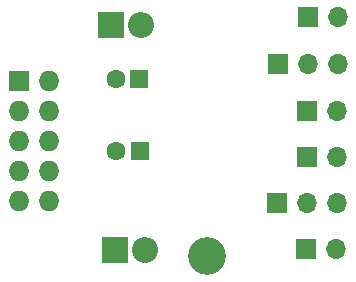
<source format=gbs>
%TF.GenerationSoftware,KiCad,Pcbnew,(6.0.0)*%
%TF.CreationDate,2022-01-30T17:18:11+00:00*%
%TF.ProjectId,aistompboxadapter,61697374-6f6d-4706-926f-786164617074,rev?*%
%TF.SameCoordinates,Original*%
%TF.FileFunction,Soldermask,Bot*%
%TF.FilePolarity,Negative*%
%FSLAX46Y46*%
G04 Gerber Fmt 4.6, Leading zero omitted, Abs format (unit mm)*
G04 Created by KiCad (PCBNEW (6.0.0)) date 2022-01-30 17:18:11*
%MOMM*%
%LPD*%
G01*
G04 APERTURE LIST*
%ADD10R,1.700000X1.700000*%
%ADD11O,1.700000X1.700000*%
%ADD12R,2.200000X2.200000*%
%ADD13O,2.200000X2.200000*%
%ADD14C,3.200000*%
%ADD15R,1.600000X1.600000*%
%ADD16C,1.600000*%
%ADD17R,1.727200X1.727200*%
%ADD18O,1.727200X1.727200*%
G04 APERTURE END LIST*
D10*
%TO.C,SI*%
X232660000Y-46400000D03*
D11*
X235200000Y-46400000D03*
%TD*%
D12*
%TO.C,D1*%
X216460000Y-46500000D03*
D13*
X219000000Y-46500000D03*
%TD*%
D14*
%TO.C,H1*%
X224300000Y-47000000D03*
%TD*%
D10*
%TO.C,ES*%
X232725000Y-38600000D03*
D11*
X235265000Y-38600000D03*
%TD*%
D12*
%TO.C,D2*%
X216160000Y-27400000D03*
D13*
X218700000Y-27400000D03*
%TD*%
D15*
%TO.C,C3*%
X218600000Y-38100000D03*
D16*
X216600000Y-38100000D03*
%TD*%
D10*
%TO.C,SO*%
X232725000Y-34700000D03*
D11*
X235265000Y-34700000D03*
%TD*%
D15*
%TO.C,C1*%
X218555113Y-32000000D03*
D16*
X216555113Y-32000000D03*
%TD*%
D10*
%TO.C,IL*%
X230220000Y-42500000D03*
D11*
X232760000Y-42500000D03*
X235300000Y-42500000D03*
%TD*%
D10*
%TO.C,OL*%
X230260000Y-30700000D03*
D11*
X232800000Y-30700000D03*
X235340000Y-30700000D03*
%TD*%
D17*
%TO.C,J3*%
X208330000Y-32120000D03*
D18*
X210870000Y-32120000D03*
X208330000Y-34660000D03*
X210870000Y-34660000D03*
X208330000Y-37200000D03*
X210870000Y-37200000D03*
X208330000Y-39740000D03*
X210870000Y-39740000D03*
X208330000Y-42280000D03*
X210870000Y-42280000D03*
%TD*%
D10*
%TO.C,ER*%
X232800000Y-26725000D03*
D11*
X235340000Y-26725000D03*
%TD*%
M02*

</source>
